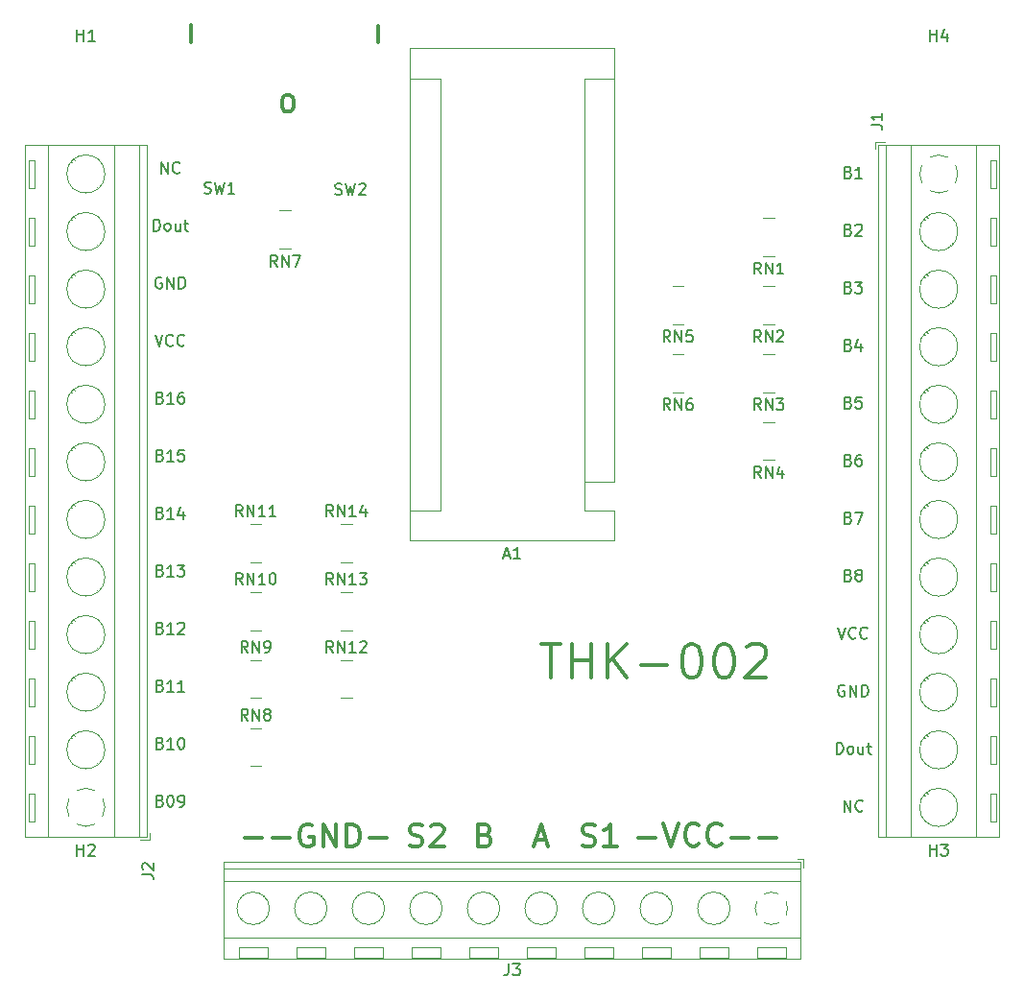
<source format=gbr>
G04 #@! TF.GenerationSoftware,KiCad,Pcbnew,(5.1.5)-3*
G04 #@! TF.CreationDate,2020-07-03T21:37:29-07:00*
G04 #@! TF.ProjectId,Arduino_control_board,41726475-696e-46f5-9f63-6f6e74726f6c,rev?*
G04 #@! TF.SameCoordinates,Original*
G04 #@! TF.FileFunction,Legend,Top*
G04 #@! TF.FilePolarity,Positive*
%FSLAX46Y46*%
G04 Gerber Fmt 4.6, Leading zero omitted, Abs format (unit mm)*
G04 Created by KiCad (PCBNEW (5.1.5)-3) date 2020-07-03 21:37:29*
%MOMM*%
%LPD*%
G04 APERTURE LIST*
%ADD10C,0.300000*%
%ADD11C,0.120000*%
%ADD12C,0.150000*%
G04 APERTURE END LIST*
D10*
X178576190Y-98684523D02*
X178861904Y-98779761D01*
X179338095Y-98779761D01*
X179528571Y-98684523D01*
X179623809Y-98589285D01*
X179719047Y-98398809D01*
X179719047Y-98208333D01*
X179623809Y-98017857D01*
X179528571Y-97922619D01*
X179338095Y-97827380D01*
X178957142Y-97732142D01*
X178766666Y-97636904D01*
X178671428Y-97541666D01*
X178576190Y-97351190D01*
X178576190Y-97160714D01*
X178671428Y-96970238D01*
X178766666Y-96875000D01*
X178957142Y-96779761D01*
X179433333Y-96779761D01*
X179719047Y-96875000D01*
X181623809Y-98779761D02*
X180480952Y-98779761D01*
X181052380Y-98779761D02*
X181052380Y-96779761D01*
X180861904Y-97065476D01*
X180671428Y-97255952D01*
X180480952Y-97351190D01*
X163301190Y-98684523D02*
X163586904Y-98779761D01*
X164063095Y-98779761D01*
X164253571Y-98684523D01*
X164348809Y-98589285D01*
X164444047Y-98398809D01*
X164444047Y-98208333D01*
X164348809Y-98017857D01*
X164253571Y-97922619D01*
X164063095Y-97827380D01*
X163682142Y-97732142D01*
X163491666Y-97636904D01*
X163396428Y-97541666D01*
X163301190Y-97351190D01*
X163301190Y-97160714D01*
X163396428Y-96970238D01*
X163491666Y-96875000D01*
X163682142Y-96779761D01*
X164158333Y-96779761D01*
X164444047Y-96875000D01*
X165205952Y-96970238D02*
X165301190Y-96875000D01*
X165491666Y-96779761D01*
X165967857Y-96779761D01*
X166158333Y-96875000D01*
X166253571Y-96970238D01*
X166348809Y-97160714D01*
X166348809Y-97351190D01*
X166253571Y-97636904D01*
X165110714Y-98779761D01*
X166348809Y-98779761D01*
X174423809Y-98208333D02*
X175376190Y-98208333D01*
X174233333Y-98779761D02*
X174900000Y-96779761D01*
X175566666Y-98779761D01*
X169992857Y-97732142D02*
X170278571Y-97827380D01*
X170373809Y-97922619D01*
X170469047Y-98113095D01*
X170469047Y-98398809D01*
X170373809Y-98589285D01*
X170278571Y-98684523D01*
X170088095Y-98779761D01*
X169326190Y-98779761D01*
X169326190Y-96779761D01*
X169992857Y-96779761D01*
X170183333Y-96875000D01*
X170278571Y-96970238D01*
X170373809Y-97160714D01*
X170373809Y-97351190D01*
X170278571Y-97541666D01*
X170183333Y-97636904D01*
X169992857Y-97732142D01*
X169326190Y-97732142D01*
X183504761Y-97967857D02*
X185028571Y-97967857D01*
X185695238Y-96729761D02*
X186361904Y-98729761D01*
X187028571Y-96729761D01*
X188838095Y-98539285D02*
X188742857Y-98634523D01*
X188457142Y-98729761D01*
X188266666Y-98729761D01*
X187980952Y-98634523D01*
X187790476Y-98444047D01*
X187695238Y-98253571D01*
X187600000Y-97872619D01*
X187600000Y-97586904D01*
X187695238Y-97205952D01*
X187790476Y-97015476D01*
X187980952Y-96825000D01*
X188266666Y-96729761D01*
X188457142Y-96729761D01*
X188742857Y-96825000D01*
X188838095Y-96920238D01*
X190838095Y-98539285D02*
X190742857Y-98634523D01*
X190457142Y-98729761D01*
X190266666Y-98729761D01*
X189980952Y-98634523D01*
X189790476Y-98444047D01*
X189695238Y-98253571D01*
X189600000Y-97872619D01*
X189600000Y-97586904D01*
X189695238Y-97205952D01*
X189790476Y-97015476D01*
X189980952Y-96825000D01*
X190266666Y-96729761D01*
X190457142Y-96729761D01*
X190742857Y-96825000D01*
X190838095Y-96920238D01*
X191695238Y-97967857D02*
X193219047Y-97967857D01*
X194171428Y-97967857D02*
X195695238Y-97967857D01*
X148739285Y-98017857D02*
X150263095Y-98017857D01*
X151215476Y-98017857D02*
X152739285Y-98017857D01*
X154739285Y-96875000D02*
X154548809Y-96779761D01*
X154263095Y-96779761D01*
X153977380Y-96875000D01*
X153786904Y-97065476D01*
X153691666Y-97255952D01*
X153596428Y-97636904D01*
X153596428Y-97922619D01*
X153691666Y-98303571D01*
X153786904Y-98494047D01*
X153977380Y-98684523D01*
X154263095Y-98779761D01*
X154453571Y-98779761D01*
X154739285Y-98684523D01*
X154834523Y-98589285D01*
X154834523Y-97922619D01*
X154453571Y-97922619D01*
X155691666Y-98779761D02*
X155691666Y-96779761D01*
X156834523Y-98779761D01*
X156834523Y-96779761D01*
X157786904Y-98779761D02*
X157786904Y-96779761D01*
X158263095Y-96779761D01*
X158548809Y-96875000D01*
X158739285Y-97065476D01*
X158834523Y-97255952D01*
X158929761Y-97636904D01*
X158929761Y-97922619D01*
X158834523Y-98303571D01*
X158739285Y-98494047D01*
X158548809Y-98684523D01*
X158263095Y-98779761D01*
X157786904Y-98779761D01*
X159786904Y-98017857D02*
X161310714Y-98017857D01*
X174928571Y-80907142D02*
X176642857Y-80907142D01*
X175785714Y-83907142D02*
X175785714Y-80907142D01*
X177642857Y-83907142D02*
X177642857Y-80907142D01*
X177642857Y-82335714D02*
X179357142Y-82335714D01*
X179357142Y-83907142D02*
X179357142Y-80907142D01*
X180785714Y-83907142D02*
X180785714Y-80907142D01*
X182500000Y-83907142D02*
X181214285Y-82192857D01*
X182500000Y-80907142D02*
X180785714Y-82621428D01*
X183785714Y-82764285D02*
X186071428Y-82764285D01*
X188071428Y-80907142D02*
X188357142Y-80907142D01*
X188642857Y-81050000D01*
X188785714Y-81192857D01*
X188928571Y-81478571D01*
X189071428Y-82050000D01*
X189071428Y-82764285D01*
X188928571Y-83335714D01*
X188785714Y-83621428D01*
X188642857Y-83764285D01*
X188357142Y-83907142D01*
X188071428Y-83907142D01*
X187785714Y-83764285D01*
X187642857Y-83621428D01*
X187500000Y-83335714D01*
X187357142Y-82764285D01*
X187357142Y-82050000D01*
X187500000Y-81478571D01*
X187642857Y-81192857D01*
X187785714Y-81050000D01*
X188071428Y-80907142D01*
X190928571Y-80907142D02*
X191214285Y-80907142D01*
X191500000Y-81050000D01*
X191642857Y-81192857D01*
X191785714Y-81478571D01*
X191928571Y-82050000D01*
X191928571Y-82764285D01*
X191785714Y-83335714D01*
X191642857Y-83621428D01*
X191500000Y-83764285D01*
X191214285Y-83907142D01*
X190928571Y-83907142D01*
X190642857Y-83764285D01*
X190500000Y-83621428D01*
X190357142Y-83335714D01*
X190214285Y-82764285D01*
X190214285Y-82050000D01*
X190357142Y-81478571D01*
X190500000Y-81192857D01*
X190642857Y-81050000D01*
X190928571Y-80907142D01*
X193071428Y-81192857D02*
X193214285Y-81050000D01*
X193500000Y-80907142D01*
X194214285Y-80907142D01*
X194500000Y-81050000D01*
X194642857Y-81192857D01*
X194785714Y-81478571D01*
X194785714Y-81764285D01*
X194642857Y-82192857D01*
X192928571Y-83907142D01*
X194785714Y-83907142D01*
X160525000Y-27853571D02*
X160525000Y-26353571D01*
X144075000Y-27828571D02*
X144075000Y-26328571D01*
X152432142Y-32453571D02*
X152717857Y-32453571D01*
X152860714Y-32525000D01*
X153003571Y-32667857D01*
X153075000Y-32953571D01*
X153075000Y-33453571D01*
X153003571Y-33739285D01*
X152860714Y-33882142D01*
X152717857Y-33953571D01*
X152432142Y-33953571D01*
X152289285Y-33882142D01*
X152146428Y-33739285D01*
X152075000Y-33453571D01*
X152075000Y-32953571D01*
X152146428Y-32667857D01*
X152289285Y-32525000D01*
X152432142Y-32453571D01*
D11*
X178730000Y-66555000D02*
X178730000Y-69095000D01*
X178730000Y-69095000D02*
X181400000Y-69095000D01*
X181400000Y-66555000D02*
X181400000Y-28325000D01*
X181400000Y-71765000D02*
X181400000Y-69095000D01*
X166030000Y-69095000D02*
X163360000Y-69095000D01*
X166030000Y-69095000D02*
X166030000Y-30995000D01*
X166030000Y-30995000D02*
X163360000Y-30995000D01*
X178730000Y-66555000D02*
X181400000Y-66555000D01*
X178730000Y-66555000D02*
X178730000Y-30995000D01*
X178730000Y-30995000D02*
X181400000Y-30995000D01*
X181400000Y-28325000D02*
X163360000Y-28325000D01*
X163360000Y-28325000D02*
X163360000Y-71765000D01*
X163360000Y-71765000D02*
X181400000Y-71765000D01*
X208516648Y-40228712D02*
G75*
G02X208320000Y-39440000I1483352J788712D01*
G01*
X210789088Y-40923953D02*
G75*
G02X209211000Y-40924000I-789088J1483953D01*
G01*
X211483953Y-38650912D02*
G75*
G02X211484000Y-40229000I-1483953J-789088D01*
G01*
X209210912Y-37956047D02*
G75*
G02X210789000Y-37956000I789088J-1483953D01*
G01*
X208319550Y-39469383D02*
G75*
G02X208516000Y-38651000I1680450J29383D01*
G01*
X211680000Y-44520000D02*
G75*
G03X211680000Y-44520000I-1680000J0D01*
G01*
X211680000Y-49600000D02*
G75*
G03X211680000Y-49600000I-1680000J0D01*
G01*
X211680000Y-54680000D02*
G75*
G03X211680000Y-54680000I-1680000J0D01*
G01*
X211680000Y-59760000D02*
G75*
G03X211680000Y-59760000I-1680000J0D01*
G01*
X211680000Y-64840000D02*
G75*
G03X211680000Y-64840000I-1680000J0D01*
G01*
X211680000Y-69920000D02*
G75*
G03X211680000Y-69920000I-1680000J0D01*
G01*
X211680000Y-75000000D02*
G75*
G03X211680000Y-75000000I-1680000J0D01*
G01*
X211680000Y-80080000D02*
G75*
G03X211680000Y-80080000I-1680000J0D01*
G01*
X211680000Y-85160000D02*
G75*
G03X211680000Y-85160000I-1680000J0D01*
G01*
X211680000Y-90240000D02*
G75*
G03X211680000Y-90240000I-1680000J0D01*
G01*
X211680000Y-95320000D02*
G75*
G03X211680000Y-95320000I-1680000J0D01*
G01*
X205300000Y-36840000D02*
X205300000Y-97920000D01*
X207500000Y-36840000D02*
X207500000Y-97920000D01*
X213300000Y-36840000D02*
X213300000Y-97920000D01*
X215360000Y-36840000D02*
X215360000Y-97920000D01*
X204640000Y-36840000D02*
X204640000Y-97920000D01*
X215360000Y-36840000D02*
X204640000Y-36840000D01*
X215360000Y-97920000D02*
X204640000Y-97920000D01*
X215050000Y-38190000D02*
X215050000Y-40690000D01*
X214550000Y-38190000D02*
X214550000Y-40690000D01*
X215050000Y-38190000D02*
X214550000Y-38190000D01*
X215050000Y-40690000D02*
X214550000Y-40690000D01*
X211069000Y-45795000D02*
X210976000Y-45701000D01*
X208784000Y-43510000D02*
X208726000Y-43451000D01*
X211275000Y-45590000D02*
X211216000Y-45531000D01*
X209024000Y-43340000D02*
X208931000Y-43246000D01*
X215050000Y-43270000D02*
X215050000Y-45770000D01*
X214550000Y-43270000D02*
X214550000Y-45770000D01*
X215050000Y-43270000D02*
X214550000Y-43270000D01*
X215050000Y-45770000D02*
X214550000Y-45770000D01*
X211069000Y-50875000D02*
X210976000Y-50781000D01*
X208784000Y-48590000D02*
X208726000Y-48531000D01*
X211275000Y-50670000D02*
X211216000Y-50611000D01*
X209024000Y-48420000D02*
X208931000Y-48326000D01*
X215050000Y-48350000D02*
X215050000Y-50850000D01*
X214550000Y-48350000D02*
X214550000Y-50850000D01*
X215050000Y-48350000D02*
X214550000Y-48350000D01*
X215050000Y-50850000D02*
X214550000Y-50850000D01*
X211069000Y-55955000D02*
X210976000Y-55861000D01*
X208784000Y-53670000D02*
X208726000Y-53611000D01*
X211275000Y-55750000D02*
X211216000Y-55691000D01*
X209024000Y-53500000D02*
X208931000Y-53406000D01*
X215050000Y-53430000D02*
X215050000Y-55930000D01*
X214550000Y-53430000D02*
X214550000Y-55930000D01*
X215050000Y-53430000D02*
X214550000Y-53430000D01*
X215050000Y-55930000D02*
X214550000Y-55930000D01*
X211069000Y-61035000D02*
X210976000Y-60941000D01*
X208784000Y-58750000D02*
X208726000Y-58691000D01*
X211275000Y-60830000D02*
X211216000Y-60771000D01*
X209024000Y-58580000D02*
X208931000Y-58486000D01*
X215050000Y-58510000D02*
X215050000Y-61010000D01*
X214550000Y-58510000D02*
X214550000Y-61010000D01*
X215050000Y-58510000D02*
X214550000Y-58510000D01*
X215050000Y-61010000D02*
X214550000Y-61010000D01*
X211069000Y-66115000D02*
X210976000Y-66021000D01*
X208784000Y-63830000D02*
X208726000Y-63771000D01*
X211275000Y-65910000D02*
X211216000Y-65851000D01*
X209024000Y-63660000D02*
X208931000Y-63566000D01*
X215050000Y-63590000D02*
X215050000Y-66090000D01*
X214550000Y-63590000D02*
X214550000Y-66090000D01*
X215050000Y-63590000D02*
X214550000Y-63590000D01*
X215050000Y-66090000D02*
X214550000Y-66090000D01*
X211069000Y-71195000D02*
X210976000Y-71101000D01*
X208784000Y-68910000D02*
X208726000Y-68851000D01*
X211275000Y-70990000D02*
X211216000Y-70931000D01*
X209024000Y-68740000D02*
X208931000Y-68646000D01*
X215050000Y-68670000D02*
X215050000Y-71170000D01*
X214550000Y-68670000D02*
X214550000Y-71170000D01*
X215050000Y-68670000D02*
X214550000Y-68670000D01*
X215050000Y-71170000D02*
X214550000Y-71170000D01*
X211069000Y-76275000D02*
X210976000Y-76181000D01*
X208784000Y-73990000D02*
X208726000Y-73931000D01*
X211275000Y-76070000D02*
X211216000Y-76011000D01*
X209024000Y-73820000D02*
X208931000Y-73726000D01*
X215050000Y-73750000D02*
X215050000Y-76250000D01*
X214550000Y-73750000D02*
X214550000Y-76250000D01*
X215050000Y-73750000D02*
X214550000Y-73750000D01*
X215050000Y-76250000D02*
X214550000Y-76250000D01*
X211069000Y-81355000D02*
X210976000Y-81261000D01*
X208784000Y-79070000D02*
X208726000Y-79011000D01*
X211275000Y-81150000D02*
X211216000Y-81091000D01*
X209024000Y-78900000D02*
X208931000Y-78806000D01*
X215050000Y-78830000D02*
X215050000Y-81330000D01*
X214550000Y-78830000D02*
X214550000Y-81330000D01*
X215050000Y-78830000D02*
X214550000Y-78830000D01*
X215050000Y-81330000D02*
X214550000Y-81330000D01*
X211069000Y-86435000D02*
X210976000Y-86341000D01*
X208784000Y-84150000D02*
X208726000Y-84091000D01*
X211275000Y-86230000D02*
X211216000Y-86171000D01*
X209024000Y-83980000D02*
X208931000Y-83886000D01*
X215050000Y-83910000D02*
X215050000Y-86410000D01*
X214550000Y-83910000D02*
X214550000Y-86410000D01*
X215050000Y-83910000D02*
X214550000Y-83910000D01*
X215050000Y-86410000D02*
X214550000Y-86410000D01*
X211069000Y-91515000D02*
X210976000Y-91421000D01*
X208784000Y-89230000D02*
X208726000Y-89171000D01*
X211275000Y-91310000D02*
X211216000Y-91251000D01*
X209024000Y-89060000D02*
X208931000Y-88966000D01*
X215050000Y-88990000D02*
X215050000Y-91490000D01*
X214550000Y-88990000D02*
X214550000Y-91490000D01*
X215050000Y-88990000D02*
X214550000Y-88990000D01*
X215050000Y-91490000D02*
X214550000Y-91490000D01*
X211069000Y-96595000D02*
X210976000Y-96501000D01*
X208784000Y-94310000D02*
X208726000Y-94251000D01*
X211275000Y-96390000D02*
X211216000Y-96331000D01*
X209024000Y-94140000D02*
X208931000Y-94046000D01*
X215050000Y-94070000D02*
X215050000Y-96570000D01*
X214550000Y-94070000D02*
X214550000Y-96570000D01*
X215050000Y-94070000D02*
X214550000Y-94070000D01*
X215050000Y-96570000D02*
X214550000Y-96570000D01*
X205240000Y-36600000D02*
X204400000Y-36600000D01*
X204400000Y-36600000D02*
X204400000Y-37200000D01*
X140360000Y-98160000D02*
X140360000Y-97560000D01*
X139520000Y-98160000D02*
X140360000Y-98160000D01*
X129710000Y-38190000D02*
X130210000Y-38190000D01*
X129710000Y-40690000D02*
X130210000Y-40690000D01*
X130210000Y-40690000D02*
X130210000Y-38190000D01*
X129710000Y-40690000D02*
X129710000Y-38190000D01*
X135736000Y-40620000D02*
X135829000Y-40714000D01*
X133485000Y-38370000D02*
X133544000Y-38429000D01*
X135976000Y-40450000D02*
X136034000Y-40509000D01*
X133691000Y-38165000D02*
X133784000Y-38259000D01*
X129710000Y-43270000D02*
X130210000Y-43270000D01*
X129710000Y-45770000D02*
X130210000Y-45770000D01*
X130210000Y-45770000D02*
X130210000Y-43270000D01*
X129710000Y-45770000D02*
X129710000Y-43270000D01*
X135736000Y-45700000D02*
X135829000Y-45794000D01*
X133485000Y-43450000D02*
X133544000Y-43509000D01*
X135976000Y-45530000D02*
X136034000Y-45589000D01*
X133691000Y-43245000D02*
X133784000Y-43339000D01*
X129710000Y-48350000D02*
X130210000Y-48350000D01*
X129710000Y-50850000D02*
X130210000Y-50850000D01*
X130210000Y-50850000D02*
X130210000Y-48350000D01*
X129710000Y-50850000D02*
X129710000Y-48350000D01*
X135736000Y-50780000D02*
X135829000Y-50874000D01*
X133485000Y-48530000D02*
X133544000Y-48589000D01*
X135976000Y-50610000D02*
X136034000Y-50669000D01*
X133691000Y-48325000D02*
X133784000Y-48419000D01*
X129710000Y-53430000D02*
X130210000Y-53430000D01*
X129710000Y-55930000D02*
X130210000Y-55930000D01*
X130210000Y-55930000D02*
X130210000Y-53430000D01*
X129710000Y-55930000D02*
X129710000Y-53430000D01*
X135736000Y-55860000D02*
X135829000Y-55954000D01*
X133485000Y-53610000D02*
X133544000Y-53669000D01*
X135976000Y-55690000D02*
X136034000Y-55749000D01*
X133691000Y-53405000D02*
X133784000Y-53499000D01*
X129710000Y-58510000D02*
X130210000Y-58510000D01*
X129710000Y-61010000D02*
X130210000Y-61010000D01*
X130210000Y-61010000D02*
X130210000Y-58510000D01*
X129710000Y-61010000D02*
X129710000Y-58510000D01*
X135736000Y-60940000D02*
X135829000Y-61034000D01*
X133485000Y-58690000D02*
X133544000Y-58749000D01*
X135976000Y-60770000D02*
X136034000Y-60829000D01*
X133691000Y-58485000D02*
X133784000Y-58579000D01*
X129710000Y-63590000D02*
X130210000Y-63590000D01*
X129710000Y-66090000D02*
X130210000Y-66090000D01*
X130210000Y-66090000D02*
X130210000Y-63590000D01*
X129710000Y-66090000D02*
X129710000Y-63590000D01*
X135736000Y-66020000D02*
X135829000Y-66114000D01*
X133485000Y-63770000D02*
X133544000Y-63829000D01*
X135976000Y-65850000D02*
X136034000Y-65909000D01*
X133691000Y-63565000D02*
X133784000Y-63659000D01*
X129710000Y-68670000D02*
X130210000Y-68670000D01*
X129710000Y-71170000D02*
X130210000Y-71170000D01*
X130210000Y-71170000D02*
X130210000Y-68670000D01*
X129710000Y-71170000D02*
X129710000Y-68670000D01*
X135736000Y-71100000D02*
X135829000Y-71194000D01*
X133485000Y-68850000D02*
X133544000Y-68909000D01*
X135976000Y-70930000D02*
X136034000Y-70989000D01*
X133691000Y-68645000D02*
X133784000Y-68739000D01*
X129710000Y-73750000D02*
X130210000Y-73750000D01*
X129710000Y-76250000D02*
X130210000Y-76250000D01*
X130210000Y-76250000D02*
X130210000Y-73750000D01*
X129710000Y-76250000D02*
X129710000Y-73750000D01*
X135736000Y-76180000D02*
X135829000Y-76274000D01*
X133485000Y-73930000D02*
X133544000Y-73989000D01*
X135976000Y-76010000D02*
X136034000Y-76069000D01*
X133691000Y-73725000D02*
X133784000Y-73819000D01*
X129710000Y-78830000D02*
X130210000Y-78830000D01*
X129710000Y-81330000D02*
X130210000Y-81330000D01*
X130210000Y-81330000D02*
X130210000Y-78830000D01*
X129710000Y-81330000D02*
X129710000Y-78830000D01*
X135736000Y-81260000D02*
X135829000Y-81354000D01*
X133485000Y-79010000D02*
X133544000Y-79069000D01*
X135976000Y-81090000D02*
X136034000Y-81149000D01*
X133691000Y-78805000D02*
X133784000Y-78899000D01*
X129710000Y-83910000D02*
X130210000Y-83910000D01*
X129710000Y-86410000D02*
X130210000Y-86410000D01*
X130210000Y-86410000D02*
X130210000Y-83910000D01*
X129710000Y-86410000D02*
X129710000Y-83910000D01*
X135736000Y-86340000D02*
X135829000Y-86434000D01*
X133485000Y-84090000D02*
X133544000Y-84149000D01*
X135976000Y-86170000D02*
X136034000Y-86229000D01*
X133691000Y-83885000D02*
X133784000Y-83979000D01*
X129710000Y-88990000D02*
X130210000Y-88990000D01*
X129710000Y-91490000D02*
X130210000Y-91490000D01*
X130210000Y-91490000D02*
X130210000Y-88990000D01*
X129710000Y-91490000D02*
X129710000Y-88990000D01*
X135736000Y-91420000D02*
X135829000Y-91514000D01*
X133485000Y-89170000D02*
X133544000Y-89229000D01*
X135976000Y-91250000D02*
X136034000Y-91309000D01*
X133691000Y-88965000D02*
X133784000Y-89059000D01*
X129710000Y-94070000D02*
X130210000Y-94070000D01*
X129710000Y-96570000D02*
X130210000Y-96570000D01*
X130210000Y-96570000D02*
X130210000Y-94070000D01*
X129710000Y-96570000D02*
X129710000Y-94070000D01*
X129400000Y-36840000D02*
X140120000Y-36840000D01*
X129400000Y-97920000D02*
X140120000Y-97920000D01*
X140120000Y-97920000D02*
X140120000Y-36840000D01*
X129400000Y-97920000D02*
X129400000Y-36840000D01*
X131460000Y-97920000D02*
X131460000Y-36840000D01*
X137260000Y-97920000D02*
X137260000Y-36840000D01*
X139460000Y-97920000D02*
X139460000Y-36840000D01*
X136440000Y-39440000D02*
G75*
G03X136440000Y-39440000I-1680000J0D01*
G01*
X136440000Y-44520000D02*
G75*
G03X136440000Y-44520000I-1680000J0D01*
G01*
X136440000Y-49600000D02*
G75*
G03X136440000Y-49600000I-1680000J0D01*
G01*
X136440000Y-54680000D02*
G75*
G03X136440000Y-54680000I-1680000J0D01*
G01*
X136440000Y-59760000D02*
G75*
G03X136440000Y-59760000I-1680000J0D01*
G01*
X136440000Y-64840000D02*
G75*
G03X136440000Y-64840000I-1680000J0D01*
G01*
X136440000Y-69920000D02*
G75*
G03X136440000Y-69920000I-1680000J0D01*
G01*
X136440000Y-75000000D02*
G75*
G03X136440000Y-75000000I-1680000J0D01*
G01*
X136440000Y-80080000D02*
G75*
G03X136440000Y-80080000I-1680000J0D01*
G01*
X136440000Y-85160000D02*
G75*
G03X136440000Y-85160000I-1680000J0D01*
G01*
X136440000Y-90240000D02*
G75*
G03X136440000Y-90240000I-1680000J0D01*
G01*
X136440450Y-95290617D02*
G75*
G02X136244000Y-96109000I-1680450J-29383D01*
G01*
X135549088Y-96803953D02*
G75*
G02X133971000Y-96804000I-789088J1483953D01*
G01*
X133276047Y-96109088D02*
G75*
G02X133276000Y-94531000I1483953J789088D01*
G01*
X133970912Y-93836047D02*
G75*
G02X135549000Y-93836000I789088J-1483953D01*
G01*
X136243352Y-94531288D02*
G75*
G02X136440000Y-95320000I-1483352J-788712D01*
G01*
X194500000Y-46680000D02*
X195500000Y-46680000D01*
X194500000Y-43320000D02*
X195500000Y-43320000D01*
X194500000Y-49320000D02*
X195500000Y-49320000D01*
X194500000Y-52680000D02*
X195500000Y-52680000D01*
X194500000Y-58680000D02*
X195500000Y-58680000D01*
X194500000Y-55320000D02*
X195500000Y-55320000D01*
X194500000Y-61320000D02*
X195500000Y-61320000D01*
X194500000Y-64680000D02*
X195500000Y-64680000D01*
X186500000Y-49320000D02*
X187500000Y-49320000D01*
X186500000Y-52680000D02*
X187500000Y-52680000D01*
X186500000Y-58680000D02*
X187500000Y-58680000D01*
X186500000Y-55320000D02*
X187500000Y-55320000D01*
X151825000Y-46030000D02*
X152825000Y-46030000D01*
X151825000Y-42670000D02*
X152825000Y-42670000D01*
X150243160Y-88320000D02*
X149243160Y-88320000D01*
X150243160Y-91680000D02*
X149243160Y-91680000D01*
X150243160Y-85680000D02*
X149243160Y-85680000D01*
X150243160Y-82320000D02*
X149243160Y-82320000D01*
X150243160Y-76320000D02*
X149243160Y-76320000D01*
X150243160Y-79680000D02*
X149243160Y-79680000D01*
X150243160Y-73680000D02*
X149243160Y-73680000D01*
X150243160Y-70320000D02*
X149243160Y-70320000D01*
X158243160Y-85680000D02*
X157243160Y-85680000D01*
X158243160Y-82320000D02*
X157243160Y-82320000D01*
X158243160Y-76320000D02*
X157243160Y-76320000D01*
X158243160Y-79680000D02*
X157243160Y-79680000D01*
X158243160Y-70320000D02*
X157243160Y-70320000D01*
X158243160Y-73680000D02*
X157243160Y-73680000D01*
X194613129Y-102939725D02*
G75*
G02X195240000Y-102795000I626871J-1285275D01*
G01*
X193954176Y-104852362D02*
G75*
G02X193954000Y-103598000I1285824J627362D01*
G01*
X195867362Y-105510824D02*
G75*
G02X194613000Y-105511000I-627362J1285824D01*
G01*
X196526611Y-103598254D02*
G75*
G02X196526000Y-104853000I-1286611J-626746D01*
G01*
X195215720Y-102794060D02*
G75*
G02X195868000Y-102939000I24280J-1430940D01*
G01*
X191590000Y-104225000D02*
G75*
G03X191590000Y-104225000I-1430000J0D01*
G01*
X186510000Y-104225000D02*
G75*
G03X186510000Y-104225000I-1430000J0D01*
G01*
X181430000Y-104225000D02*
G75*
G03X181430000Y-104225000I-1430000J0D01*
G01*
X176350000Y-104225000D02*
G75*
G03X176350000Y-104225000I-1430000J0D01*
G01*
X171270000Y-104225000D02*
G75*
G03X171270000Y-104225000I-1430000J0D01*
G01*
X166190000Y-104225000D02*
G75*
G03X166190000Y-104225000I-1430000J0D01*
G01*
X161110000Y-104225000D02*
G75*
G03X161110000Y-104225000I-1430000J0D01*
G01*
X156030000Y-104225000D02*
G75*
G03X156030000Y-104225000I-1430000J0D01*
G01*
X150950000Y-104225000D02*
G75*
G03X150950000Y-104225000I-1430000J0D01*
G01*
X197840000Y-100675000D02*
X146920000Y-100675000D01*
X197840000Y-101775000D02*
X146920000Y-101775000D01*
X197840000Y-106775000D02*
X146920000Y-106775000D01*
X197840000Y-108685000D02*
X146920000Y-108685000D01*
X197840000Y-100115000D02*
X146920000Y-100115000D01*
X197840000Y-108685000D02*
X197840000Y-100115000D01*
X146920000Y-108685000D02*
X146920000Y-100115000D01*
X196490000Y-108625000D02*
X193990000Y-108625000D01*
X196490000Y-107625000D02*
X193990000Y-107625000D01*
X196490000Y-108625000D02*
X196490000Y-107625000D01*
X193990000Y-108625000D02*
X193990000Y-107625000D01*
X189075000Y-105135000D02*
X189135000Y-105076000D01*
X191030000Y-103180000D02*
X191070000Y-103140000D01*
X189249000Y-105310000D02*
X189289000Y-105270000D01*
X191184000Y-103375000D02*
X191244000Y-103315000D01*
X191410000Y-108625000D02*
X188910000Y-108625000D01*
X191410000Y-107625000D02*
X188910000Y-107625000D01*
X191410000Y-108625000D02*
X191410000Y-107625000D01*
X188910000Y-108625000D02*
X188910000Y-107625000D01*
X183995000Y-105135000D02*
X184055000Y-105076000D01*
X185950000Y-103180000D02*
X185990000Y-103140000D01*
X184169000Y-105310000D02*
X184209000Y-105270000D01*
X186104000Y-103375000D02*
X186164000Y-103315000D01*
X186330000Y-108625000D02*
X183830000Y-108625000D01*
X186330000Y-107625000D02*
X183830000Y-107625000D01*
X186330000Y-108625000D02*
X186330000Y-107625000D01*
X183830000Y-108625000D02*
X183830000Y-107625000D01*
X178915000Y-105135000D02*
X178975000Y-105076000D01*
X180870000Y-103180000D02*
X180910000Y-103140000D01*
X179089000Y-105310000D02*
X179129000Y-105270000D01*
X181024000Y-103375000D02*
X181084000Y-103315000D01*
X181250000Y-108625000D02*
X178750000Y-108625000D01*
X181250000Y-107625000D02*
X178750000Y-107625000D01*
X181250000Y-108625000D02*
X181250000Y-107625000D01*
X178750000Y-108625000D02*
X178750000Y-107625000D01*
X173835000Y-105135000D02*
X173895000Y-105076000D01*
X175790000Y-103180000D02*
X175830000Y-103140000D01*
X174009000Y-105310000D02*
X174049000Y-105270000D01*
X175944000Y-103375000D02*
X176004000Y-103315000D01*
X176170000Y-108625000D02*
X173670000Y-108625000D01*
X176170000Y-107625000D02*
X173670000Y-107625000D01*
X176170000Y-108625000D02*
X176170000Y-107625000D01*
X173670000Y-108625000D02*
X173670000Y-107625000D01*
X168755000Y-105135000D02*
X168815000Y-105076000D01*
X170710000Y-103180000D02*
X170750000Y-103140000D01*
X168929000Y-105310000D02*
X168969000Y-105270000D01*
X170864000Y-103375000D02*
X170924000Y-103315000D01*
X171090000Y-108625000D02*
X168590000Y-108625000D01*
X171090000Y-107625000D02*
X168590000Y-107625000D01*
X171090000Y-108625000D02*
X171090000Y-107625000D01*
X168590000Y-108625000D02*
X168590000Y-107625000D01*
X163675000Y-105135000D02*
X163735000Y-105076000D01*
X165630000Y-103180000D02*
X165670000Y-103140000D01*
X163849000Y-105310000D02*
X163889000Y-105270000D01*
X165784000Y-103375000D02*
X165844000Y-103315000D01*
X166010000Y-108625000D02*
X163510000Y-108625000D01*
X166010000Y-107625000D02*
X163510000Y-107625000D01*
X166010000Y-108625000D02*
X166010000Y-107625000D01*
X163510000Y-108625000D02*
X163510000Y-107625000D01*
X158595000Y-105135000D02*
X158655000Y-105076000D01*
X160550000Y-103180000D02*
X160590000Y-103140000D01*
X158769000Y-105310000D02*
X158809000Y-105270000D01*
X160704000Y-103375000D02*
X160764000Y-103315000D01*
X160930000Y-108625000D02*
X158430000Y-108625000D01*
X160930000Y-107625000D02*
X158430000Y-107625000D01*
X160930000Y-108625000D02*
X160930000Y-107625000D01*
X158430000Y-108625000D02*
X158430000Y-107625000D01*
X153515000Y-105135000D02*
X153575000Y-105076000D01*
X155470000Y-103180000D02*
X155510000Y-103140000D01*
X153689000Y-105310000D02*
X153729000Y-105270000D01*
X155624000Y-103375000D02*
X155684000Y-103315000D01*
X155850000Y-108625000D02*
X153350000Y-108625000D01*
X155850000Y-107625000D02*
X153350000Y-107625000D01*
X155850000Y-108625000D02*
X155850000Y-107625000D01*
X153350000Y-108625000D02*
X153350000Y-107625000D01*
X148435000Y-105135000D02*
X148495000Y-105076000D01*
X150390000Y-103180000D02*
X150430000Y-103140000D01*
X148609000Y-105310000D02*
X148649000Y-105270000D01*
X150544000Y-103375000D02*
X150604000Y-103315000D01*
X150770000Y-108625000D02*
X148270000Y-108625000D01*
X150770000Y-107625000D02*
X148270000Y-107625000D01*
X150770000Y-108625000D02*
X150770000Y-107625000D01*
X148270000Y-108625000D02*
X148270000Y-107625000D01*
X198080000Y-100615000D02*
X198080000Y-99875000D01*
X198080000Y-99875000D02*
X197580000Y-99875000D01*
D12*
X202045238Y-39273571D02*
X202188095Y-39321190D01*
X202235714Y-39368809D01*
X202283333Y-39464047D01*
X202283333Y-39606904D01*
X202235714Y-39702142D01*
X202188095Y-39749761D01*
X202092857Y-39797380D01*
X201711904Y-39797380D01*
X201711904Y-38797380D01*
X202045238Y-38797380D01*
X202140476Y-38845000D01*
X202188095Y-38892619D01*
X202235714Y-38987857D01*
X202235714Y-39083095D01*
X202188095Y-39178333D01*
X202140476Y-39225952D01*
X202045238Y-39273571D01*
X201711904Y-39273571D01*
X203235714Y-39797380D02*
X202664285Y-39797380D01*
X202950000Y-39797380D02*
X202950000Y-38797380D01*
X202854761Y-38940238D01*
X202759523Y-39035476D01*
X202664285Y-39083095D01*
X202045238Y-44353571D02*
X202188095Y-44401190D01*
X202235714Y-44448809D01*
X202283333Y-44544047D01*
X202283333Y-44686904D01*
X202235714Y-44782142D01*
X202188095Y-44829761D01*
X202092857Y-44877380D01*
X201711904Y-44877380D01*
X201711904Y-43877380D01*
X202045238Y-43877380D01*
X202140476Y-43925000D01*
X202188095Y-43972619D01*
X202235714Y-44067857D01*
X202235714Y-44163095D01*
X202188095Y-44258333D01*
X202140476Y-44305952D01*
X202045238Y-44353571D01*
X201711904Y-44353571D01*
X202664285Y-43972619D02*
X202711904Y-43925000D01*
X202807142Y-43877380D01*
X203045238Y-43877380D01*
X203140476Y-43925000D01*
X203188095Y-43972619D01*
X203235714Y-44067857D01*
X203235714Y-44163095D01*
X203188095Y-44305952D01*
X202616666Y-44877380D01*
X203235714Y-44877380D01*
X202045238Y-49433571D02*
X202188095Y-49481190D01*
X202235714Y-49528809D01*
X202283333Y-49624047D01*
X202283333Y-49766904D01*
X202235714Y-49862142D01*
X202188095Y-49909761D01*
X202092857Y-49957380D01*
X201711904Y-49957380D01*
X201711904Y-48957380D01*
X202045238Y-48957380D01*
X202140476Y-49005000D01*
X202188095Y-49052619D01*
X202235714Y-49147857D01*
X202235714Y-49243095D01*
X202188095Y-49338333D01*
X202140476Y-49385952D01*
X202045238Y-49433571D01*
X201711904Y-49433571D01*
X202616666Y-48957380D02*
X203235714Y-48957380D01*
X202902380Y-49338333D01*
X203045238Y-49338333D01*
X203140476Y-49385952D01*
X203188095Y-49433571D01*
X203235714Y-49528809D01*
X203235714Y-49766904D01*
X203188095Y-49862142D01*
X203140476Y-49909761D01*
X203045238Y-49957380D01*
X202759523Y-49957380D01*
X202664285Y-49909761D01*
X202616666Y-49862142D01*
X202045238Y-54513571D02*
X202188095Y-54561190D01*
X202235714Y-54608809D01*
X202283333Y-54704047D01*
X202283333Y-54846904D01*
X202235714Y-54942142D01*
X202188095Y-54989761D01*
X202092857Y-55037380D01*
X201711904Y-55037380D01*
X201711904Y-54037380D01*
X202045238Y-54037380D01*
X202140476Y-54085000D01*
X202188095Y-54132619D01*
X202235714Y-54227857D01*
X202235714Y-54323095D01*
X202188095Y-54418333D01*
X202140476Y-54465952D01*
X202045238Y-54513571D01*
X201711904Y-54513571D01*
X203140476Y-54370714D02*
X203140476Y-55037380D01*
X202902380Y-53989761D02*
X202664285Y-54704047D01*
X203283333Y-54704047D01*
X202045238Y-59593571D02*
X202188095Y-59641190D01*
X202235714Y-59688809D01*
X202283333Y-59784047D01*
X202283333Y-59926904D01*
X202235714Y-60022142D01*
X202188095Y-60069761D01*
X202092857Y-60117380D01*
X201711904Y-60117380D01*
X201711904Y-59117380D01*
X202045238Y-59117380D01*
X202140476Y-59165000D01*
X202188095Y-59212619D01*
X202235714Y-59307857D01*
X202235714Y-59403095D01*
X202188095Y-59498333D01*
X202140476Y-59545952D01*
X202045238Y-59593571D01*
X201711904Y-59593571D01*
X203188095Y-59117380D02*
X202711904Y-59117380D01*
X202664285Y-59593571D01*
X202711904Y-59545952D01*
X202807142Y-59498333D01*
X203045238Y-59498333D01*
X203140476Y-59545952D01*
X203188095Y-59593571D01*
X203235714Y-59688809D01*
X203235714Y-59926904D01*
X203188095Y-60022142D01*
X203140476Y-60069761D01*
X203045238Y-60117380D01*
X202807142Y-60117380D01*
X202711904Y-60069761D01*
X202664285Y-60022142D01*
X202045238Y-64673571D02*
X202188095Y-64721190D01*
X202235714Y-64768809D01*
X202283333Y-64864047D01*
X202283333Y-65006904D01*
X202235714Y-65102142D01*
X202188095Y-65149761D01*
X202092857Y-65197380D01*
X201711904Y-65197380D01*
X201711904Y-64197380D01*
X202045238Y-64197380D01*
X202140476Y-64245000D01*
X202188095Y-64292619D01*
X202235714Y-64387857D01*
X202235714Y-64483095D01*
X202188095Y-64578333D01*
X202140476Y-64625952D01*
X202045238Y-64673571D01*
X201711904Y-64673571D01*
X203140476Y-64197380D02*
X202950000Y-64197380D01*
X202854761Y-64245000D01*
X202807142Y-64292619D01*
X202711904Y-64435476D01*
X202664285Y-64625952D01*
X202664285Y-65006904D01*
X202711904Y-65102142D01*
X202759523Y-65149761D01*
X202854761Y-65197380D01*
X203045238Y-65197380D01*
X203140476Y-65149761D01*
X203188095Y-65102142D01*
X203235714Y-65006904D01*
X203235714Y-64768809D01*
X203188095Y-64673571D01*
X203140476Y-64625952D01*
X203045238Y-64578333D01*
X202854761Y-64578333D01*
X202759523Y-64625952D01*
X202711904Y-64673571D01*
X202664285Y-64768809D01*
X202045238Y-74833571D02*
X202188095Y-74881190D01*
X202235714Y-74928809D01*
X202283333Y-75024047D01*
X202283333Y-75166904D01*
X202235714Y-75262142D01*
X202188095Y-75309761D01*
X202092857Y-75357380D01*
X201711904Y-75357380D01*
X201711904Y-74357380D01*
X202045238Y-74357380D01*
X202140476Y-74405000D01*
X202188095Y-74452619D01*
X202235714Y-74547857D01*
X202235714Y-74643095D01*
X202188095Y-74738333D01*
X202140476Y-74785952D01*
X202045238Y-74833571D01*
X201711904Y-74833571D01*
X202854761Y-74785952D02*
X202759523Y-74738333D01*
X202711904Y-74690714D01*
X202664285Y-74595476D01*
X202664285Y-74547857D01*
X202711904Y-74452619D01*
X202759523Y-74405000D01*
X202854761Y-74357380D01*
X203045238Y-74357380D01*
X203140476Y-74405000D01*
X203188095Y-74452619D01*
X203235714Y-74547857D01*
X203235714Y-74595476D01*
X203188095Y-74690714D01*
X203140476Y-74738333D01*
X203045238Y-74785952D01*
X202854761Y-74785952D01*
X202759523Y-74833571D01*
X202711904Y-74881190D01*
X202664285Y-74976428D01*
X202664285Y-75166904D01*
X202711904Y-75262142D01*
X202759523Y-75309761D01*
X202854761Y-75357380D01*
X203045238Y-75357380D01*
X203140476Y-75309761D01*
X203188095Y-75262142D01*
X203235714Y-75166904D01*
X203235714Y-74976428D01*
X203188095Y-74881190D01*
X203140476Y-74833571D01*
X203045238Y-74785952D01*
X201116666Y-79437380D02*
X201450000Y-80437380D01*
X201783333Y-79437380D01*
X202688095Y-80342142D02*
X202640476Y-80389761D01*
X202497619Y-80437380D01*
X202402380Y-80437380D01*
X202259523Y-80389761D01*
X202164285Y-80294523D01*
X202116666Y-80199285D01*
X202069047Y-80008809D01*
X202069047Y-79865952D01*
X202116666Y-79675476D01*
X202164285Y-79580238D01*
X202259523Y-79485000D01*
X202402380Y-79437380D01*
X202497619Y-79437380D01*
X202640476Y-79485000D01*
X202688095Y-79532619D01*
X203688095Y-80342142D02*
X203640476Y-80389761D01*
X203497619Y-80437380D01*
X203402380Y-80437380D01*
X203259523Y-80389761D01*
X203164285Y-80294523D01*
X203116666Y-80199285D01*
X203069047Y-80008809D01*
X203069047Y-79865952D01*
X203116666Y-79675476D01*
X203164285Y-79580238D01*
X203259523Y-79485000D01*
X203402380Y-79437380D01*
X203497619Y-79437380D01*
X203640476Y-79485000D01*
X203688095Y-79532619D01*
X200997619Y-90597380D02*
X200997619Y-89597380D01*
X201235714Y-89597380D01*
X201378571Y-89645000D01*
X201473809Y-89740238D01*
X201521428Y-89835476D01*
X201569047Y-90025952D01*
X201569047Y-90168809D01*
X201521428Y-90359285D01*
X201473809Y-90454523D01*
X201378571Y-90549761D01*
X201235714Y-90597380D01*
X200997619Y-90597380D01*
X202140476Y-90597380D02*
X202045238Y-90549761D01*
X201997619Y-90502142D01*
X201950000Y-90406904D01*
X201950000Y-90121190D01*
X201997619Y-90025952D01*
X202045238Y-89978333D01*
X202140476Y-89930714D01*
X202283333Y-89930714D01*
X202378571Y-89978333D01*
X202426190Y-90025952D01*
X202473809Y-90121190D01*
X202473809Y-90406904D01*
X202426190Y-90502142D01*
X202378571Y-90549761D01*
X202283333Y-90597380D01*
X202140476Y-90597380D01*
X203330952Y-89930714D02*
X203330952Y-90597380D01*
X202902380Y-89930714D02*
X202902380Y-90454523D01*
X202950000Y-90549761D01*
X203045238Y-90597380D01*
X203188095Y-90597380D01*
X203283333Y-90549761D01*
X203330952Y-90502142D01*
X203664285Y-89930714D02*
X204045238Y-89930714D01*
X203807142Y-89597380D02*
X203807142Y-90454523D01*
X203854761Y-90549761D01*
X203950000Y-90597380D01*
X204045238Y-90597380D01*
X201664285Y-95677380D02*
X201664285Y-94677380D01*
X202235714Y-95677380D01*
X202235714Y-94677380D01*
X203283333Y-95582142D02*
X203235714Y-95629761D01*
X203092857Y-95677380D01*
X202997619Y-95677380D01*
X202854761Y-95629761D01*
X202759523Y-95534523D01*
X202711904Y-95439285D01*
X202664285Y-95248809D01*
X202664285Y-95105952D01*
X202711904Y-94915476D01*
X202759523Y-94820238D01*
X202854761Y-94725000D01*
X202997619Y-94677380D01*
X203092857Y-94677380D01*
X203235714Y-94725000D01*
X203283333Y-94772619D01*
X201688095Y-84565000D02*
X201592857Y-84517380D01*
X201450000Y-84517380D01*
X201307142Y-84565000D01*
X201211904Y-84660238D01*
X201164285Y-84755476D01*
X201116666Y-84945952D01*
X201116666Y-85088809D01*
X201164285Y-85279285D01*
X201211904Y-85374523D01*
X201307142Y-85469761D01*
X201450000Y-85517380D01*
X201545238Y-85517380D01*
X201688095Y-85469761D01*
X201735714Y-85422142D01*
X201735714Y-85088809D01*
X201545238Y-85088809D01*
X202164285Y-85517380D02*
X202164285Y-84517380D01*
X202735714Y-85517380D01*
X202735714Y-84517380D01*
X203211904Y-85517380D02*
X203211904Y-84517380D01*
X203450000Y-84517380D01*
X203592857Y-84565000D01*
X203688095Y-84660238D01*
X203735714Y-84755476D01*
X203783333Y-84945952D01*
X203783333Y-85088809D01*
X203735714Y-85279285D01*
X203688095Y-85374523D01*
X203592857Y-85469761D01*
X203450000Y-85517380D01*
X203211904Y-85517380D01*
X202045238Y-69753571D02*
X202188095Y-69801190D01*
X202235714Y-69848809D01*
X202283333Y-69944047D01*
X202283333Y-70086904D01*
X202235714Y-70182142D01*
X202188095Y-70229761D01*
X202092857Y-70277380D01*
X201711904Y-70277380D01*
X201711904Y-69277380D01*
X202045238Y-69277380D01*
X202140476Y-69325000D01*
X202188095Y-69372619D01*
X202235714Y-69467857D01*
X202235714Y-69563095D01*
X202188095Y-69658333D01*
X202140476Y-69705952D01*
X202045238Y-69753571D01*
X201711904Y-69753571D01*
X202616666Y-69277380D02*
X203283333Y-69277380D01*
X202854761Y-70277380D01*
X141319047Y-64253571D02*
X141461904Y-64301190D01*
X141509523Y-64348809D01*
X141557142Y-64444047D01*
X141557142Y-64586904D01*
X141509523Y-64682142D01*
X141461904Y-64729761D01*
X141366666Y-64777380D01*
X140985714Y-64777380D01*
X140985714Y-63777380D01*
X141319047Y-63777380D01*
X141414285Y-63825000D01*
X141461904Y-63872619D01*
X141509523Y-63967857D01*
X141509523Y-64063095D01*
X141461904Y-64158333D01*
X141414285Y-64205952D01*
X141319047Y-64253571D01*
X140985714Y-64253571D01*
X142509523Y-64777380D02*
X141938095Y-64777380D01*
X142223809Y-64777380D02*
X142223809Y-63777380D01*
X142128571Y-63920238D01*
X142033333Y-64015476D01*
X141938095Y-64063095D01*
X143414285Y-63777380D02*
X142938095Y-63777380D01*
X142890476Y-64253571D01*
X142938095Y-64205952D01*
X143033333Y-64158333D01*
X143271428Y-64158333D01*
X143366666Y-64205952D01*
X143414285Y-64253571D01*
X143461904Y-64348809D01*
X143461904Y-64586904D01*
X143414285Y-64682142D01*
X143366666Y-64729761D01*
X143271428Y-64777380D01*
X143033333Y-64777380D01*
X142938095Y-64729761D01*
X142890476Y-64682142D01*
X141438095Y-48585000D02*
X141342857Y-48537380D01*
X141200000Y-48537380D01*
X141057142Y-48585000D01*
X140961904Y-48680238D01*
X140914285Y-48775476D01*
X140866666Y-48965952D01*
X140866666Y-49108809D01*
X140914285Y-49299285D01*
X140961904Y-49394523D01*
X141057142Y-49489761D01*
X141200000Y-49537380D01*
X141295238Y-49537380D01*
X141438095Y-49489761D01*
X141485714Y-49442142D01*
X141485714Y-49108809D01*
X141295238Y-49108809D01*
X141914285Y-49537380D02*
X141914285Y-48537380D01*
X142485714Y-49537380D01*
X142485714Y-48537380D01*
X142961904Y-49537380D02*
X142961904Y-48537380D01*
X143200000Y-48537380D01*
X143342857Y-48585000D01*
X143438095Y-48680238D01*
X143485714Y-48775476D01*
X143533333Y-48965952D01*
X143533333Y-49108809D01*
X143485714Y-49299285D01*
X143438095Y-49394523D01*
X143342857Y-49489761D01*
X143200000Y-49537380D01*
X142961904Y-49537380D01*
X141414285Y-39377380D02*
X141414285Y-38377380D01*
X141985714Y-39377380D01*
X141985714Y-38377380D01*
X143033333Y-39282142D02*
X142985714Y-39329761D01*
X142842857Y-39377380D01*
X142747619Y-39377380D01*
X142604761Y-39329761D01*
X142509523Y-39234523D01*
X142461904Y-39139285D01*
X142414285Y-38948809D01*
X142414285Y-38805952D01*
X142461904Y-38615476D01*
X142509523Y-38520238D01*
X142604761Y-38425000D01*
X142747619Y-38377380D01*
X142842857Y-38377380D01*
X142985714Y-38425000D01*
X143033333Y-38472619D01*
X140747619Y-44457380D02*
X140747619Y-43457380D01*
X140985714Y-43457380D01*
X141128571Y-43505000D01*
X141223809Y-43600238D01*
X141271428Y-43695476D01*
X141319047Y-43885952D01*
X141319047Y-44028809D01*
X141271428Y-44219285D01*
X141223809Y-44314523D01*
X141128571Y-44409761D01*
X140985714Y-44457380D01*
X140747619Y-44457380D01*
X141890476Y-44457380D02*
X141795238Y-44409761D01*
X141747619Y-44362142D01*
X141700000Y-44266904D01*
X141700000Y-43981190D01*
X141747619Y-43885952D01*
X141795238Y-43838333D01*
X141890476Y-43790714D01*
X142033333Y-43790714D01*
X142128571Y-43838333D01*
X142176190Y-43885952D01*
X142223809Y-43981190D01*
X142223809Y-44266904D01*
X142176190Y-44362142D01*
X142128571Y-44409761D01*
X142033333Y-44457380D01*
X141890476Y-44457380D01*
X143080952Y-43790714D02*
X143080952Y-44457380D01*
X142652380Y-43790714D02*
X142652380Y-44314523D01*
X142700000Y-44409761D01*
X142795238Y-44457380D01*
X142938095Y-44457380D01*
X143033333Y-44409761D01*
X143080952Y-44362142D01*
X143414285Y-43790714D02*
X143795238Y-43790714D01*
X143557142Y-43457380D02*
X143557142Y-44314523D01*
X143604761Y-44409761D01*
X143700000Y-44457380D01*
X143795238Y-44457380D01*
X140866666Y-53617380D02*
X141200000Y-54617380D01*
X141533333Y-53617380D01*
X142438095Y-54522142D02*
X142390476Y-54569761D01*
X142247619Y-54617380D01*
X142152380Y-54617380D01*
X142009523Y-54569761D01*
X141914285Y-54474523D01*
X141866666Y-54379285D01*
X141819047Y-54188809D01*
X141819047Y-54045952D01*
X141866666Y-53855476D01*
X141914285Y-53760238D01*
X142009523Y-53665000D01*
X142152380Y-53617380D01*
X142247619Y-53617380D01*
X142390476Y-53665000D01*
X142438095Y-53712619D01*
X143438095Y-54522142D02*
X143390476Y-54569761D01*
X143247619Y-54617380D01*
X143152380Y-54617380D01*
X143009523Y-54569761D01*
X142914285Y-54474523D01*
X142866666Y-54379285D01*
X142819047Y-54188809D01*
X142819047Y-54045952D01*
X142866666Y-53855476D01*
X142914285Y-53760238D01*
X143009523Y-53665000D01*
X143152380Y-53617380D01*
X143247619Y-53617380D01*
X143390476Y-53665000D01*
X143438095Y-53712619D01*
X141319047Y-59173571D02*
X141461904Y-59221190D01*
X141509523Y-59268809D01*
X141557142Y-59364047D01*
X141557142Y-59506904D01*
X141509523Y-59602142D01*
X141461904Y-59649761D01*
X141366666Y-59697380D01*
X140985714Y-59697380D01*
X140985714Y-58697380D01*
X141319047Y-58697380D01*
X141414285Y-58745000D01*
X141461904Y-58792619D01*
X141509523Y-58887857D01*
X141509523Y-58983095D01*
X141461904Y-59078333D01*
X141414285Y-59125952D01*
X141319047Y-59173571D01*
X140985714Y-59173571D01*
X142509523Y-59697380D02*
X141938095Y-59697380D01*
X142223809Y-59697380D02*
X142223809Y-58697380D01*
X142128571Y-58840238D01*
X142033333Y-58935476D01*
X141938095Y-58983095D01*
X143366666Y-58697380D02*
X143176190Y-58697380D01*
X143080952Y-58745000D01*
X143033333Y-58792619D01*
X142938095Y-58935476D01*
X142890476Y-59125952D01*
X142890476Y-59506904D01*
X142938095Y-59602142D01*
X142985714Y-59649761D01*
X143080952Y-59697380D01*
X143271428Y-59697380D01*
X143366666Y-59649761D01*
X143414285Y-59602142D01*
X143461904Y-59506904D01*
X143461904Y-59268809D01*
X143414285Y-59173571D01*
X143366666Y-59125952D01*
X143271428Y-59078333D01*
X143080952Y-59078333D01*
X142985714Y-59125952D01*
X142938095Y-59173571D01*
X142890476Y-59268809D01*
X141319047Y-69333571D02*
X141461904Y-69381190D01*
X141509523Y-69428809D01*
X141557142Y-69524047D01*
X141557142Y-69666904D01*
X141509523Y-69762142D01*
X141461904Y-69809761D01*
X141366666Y-69857380D01*
X140985714Y-69857380D01*
X140985714Y-68857380D01*
X141319047Y-68857380D01*
X141414285Y-68905000D01*
X141461904Y-68952619D01*
X141509523Y-69047857D01*
X141509523Y-69143095D01*
X141461904Y-69238333D01*
X141414285Y-69285952D01*
X141319047Y-69333571D01*
X140985714Y-69333571D01*
X142509523Y-69857380D02*
X141938095Y-69857380D01*
X142223809Y-69857380D02*
X142223809Y-68857380D01*
X142128571Y-69000238D01*
X142033333Y-69095476D01*
X141938095Y-69143095D01*
X143366666Y-69190714D02*
X143366666Y-69857380D01*
X143128571Y-68809761D02*
X142890476Y-69524047D01*
X143509523Y-69524047D01*
X141319047Y-74413571D02*
X141461904Y-74461190D01*
X141509523Y-74508809D01*
X141557142Y-74604047D01*
X141557142Y-74746904D01*
X141509523Y-74842142D01*
X141461904Y-74889761D01*
X141366666Y-74937380D01*
X140985714Y-74937380D01*
X140985714Y-73937380D01*
X141319047Y-73937380D01*
X141414285Y-73985000D01*
X141461904Y-74032619D01*
X141509523Y-74127857D01*
X141509523Y-74223095D01*
X141461904Y-74318333D01*
X141414285Y-74365952D01*
X141319047Y-74413571D01*
X140985714Y-74413571D01*
X142509523Y-74937380D02*
X141938095Y-74937380D01*
X142223809Y-74937380D02*
X142223809Y-73937380D01*
X142128571Y-74080238D01*
X142033333Y-74175476D01*
X141938095Y-74223095D01*
X142842857Y-73937380D02*
X143461904Y-73937380D01*
X143128571Y-74318333D01*
X143271428Y-74318333D01*
X143366666Y-74365952D01*
X143414285Y-74413571D01*
X143461904Y-74508809D01*
X143461904Y-74746904D01*
X143414285Y-74842142D01*
X143366666Y-74889761D01*
X143271428Y-74937380D01*
X142985714Y-74937380D01*
X142890476Y-74889761D01*
X142842857Y-74842142D01*
X141319047Y-79493571D02*
X141461904Y-79541190D01*
X141509523Y-79588809D01*
X141557142Y-79684047D01*
X141557142Y-79826904D01*
X141509523Y-79922142D01*
X141461904Y-79969761D01*
X141366666Y-80017380D01*
X140985714Y-80017380D01*
X140985714Y-79017380D01*
X141319047Y-79017380D01*
X141414285Y-79065000D01*
X141461904Y-79112619D01*
X141509523Y-79207857D01*
X141509523Y-79303095D01*
X141461904Y-79398333D01*
X141414285Y-79445952D01*
X141319047Y-79493571D01*
X140985714Y-79493571D01*
X142509523Y-80017380D02*
X141938095Y-80017380D01*
X142223809Y-80017380D02*
X142223809Y-79017380D01*
X142128571Y-79160238D01*
X142033333Y-79255476D01*
X141938095Y-79303095D01*
X142890476Y-79112619D02*
X142938095Y-79065000D01*
X143033333Y-79017380D01*
X143271428Y-79017380D01*
X143366666Y-79065000D01*
X143414285Y-79112619D01*
X143461904Y-79207857D01*
X143461904Y-79303095D01*
X143414285Y-79445952D01*
X142842857Y-80017380D01*
X143461904Y-80017380D01*
X141319047Y-84573571D02*
X141461904Y-84621190D01*
X141509523Y-84668809D01*
X141557142Y-84764047D01*
X141557142Y-84906904D01*
X141509523Y-85002142D01*
X141461904Y-85049761D01*
X141366666Y-85097380D01*
X140985714Y-85097380D01*
X140985714Y-84097380D01*
X141319047Y-84097380D01*
X141414285Y-84145000D01*
X141461904Y-84192619D01*
X141509523Y-84287857D01*
X141509523Y-84383095D01*
X141461904Y-84478333D01*
X141414285Y-84525952D01*
X141319047Y-84573571D01*
X140985714Y-84573571D01*
X142509523Y-85097380D02*
X141938095Y-85097380D01*
X142223809Y-85097380D02*
X142223809Y-84097380D01*
X142128571Y-84240238D01*
X142033333Y-84335476D01*
X141938095Y-84383095D01*
X143461904Y-85097380D02*
X142890476Y-85097380D01*
X143176190Y-85097380D02*
X143176190Y-84097380D01*
X143080952Y-84240238D01*
X142985714Y-84335476D01*
X142890476Y-84383095D01*
X141319047Y-89653571D02*
X141461904Y-89701190D01*
X141509523Y-89748809D01*
X141557142Y-89844047D01*
X141557142Y-89986904D01*
X141509523Y-90082142D01*
X141461904Y-90129761D01*
X141366666Y-90177380D01*
X140985714Y-90177380D01*
X140985714Y-89177380D01*
X141319047Y-89177380D01*
X141414285Y-89225000D01*
X141461904Y-89272619D01*
X141509523Y-89367857D01*
X141509523Y-89463095D01*
X141461904Y-89558333D01*
X141414285Y-89605952D01*
X141319047Y-89653571D01*
X140985714Y-89653571D01*
X142509523Y-90177380D02*
X141938095Y-90177380D01*
X142223809Y-90177380D02*
X142223809Y-89177380D01*
X142128571Y-89320238D01*
X142033333Y-89415476D01*
X141938095Y-89463095D01*
X143128571Y-89177380D02*
X143223809Y-89177380D01*
X143319047Y-89225000D01*
X143366666Y-89272619D01*
X143414285Y-89367857D01*
X143461904Y-89558333D01*
X143461904Y-89796428D01*
X143414285Y-89986904D01*
X143366666Y-90082142D01*
X143319047Y-90129761D01*
X143223809Y-90177380D01*
X143128571Y-90177380D01*
X143033333Y-90129761D01*
X142985714Y-90082142D01*
X142938095Y-89986904D01*
X142890476Y-89796428D01*
X142890476Y-89558333D01*
X142938095Y-89367857D01*
X142985714Y-89272619D01*
X143033333Y-89225000D01*
X143128571Y-89177380D01*
X141319047Y-94733571D02*
X141461904Y-94781190D01*
X141509523Y-94828809D01*
X141557142Y-94924047D01*
X141557142Y-95066904D01*
X141509523Y-95162142D01*
X141461904Y-95209761D01*
X141366666Y-95257380D01*
X140985714Y-95257380D01*
X140985714Y-94257380D01*
X141319047Y-94257380D01*
X141414285Y-94305000D01*
X141461904Y-94352619D01*
X141509523Y-94447857D01*
X141509523Y-94543095D01*
X141461904Y-94638333D01*
X141414285Y-94685952D01*
X141319047Y-94733571D01*
X140985714Y-94733571D01*
X142176190Y-94257380D02*
X142271428Y-94257380D01*
X142366666Y-94305000D01*
X142414285Y-94352619D01*
X142461904Y-94447857D01*
X142509523Y-94638333D01*
X142509523Y-94876428D01*
X142461904Y-95066904D01*
X142414285Y-95162142D01*
X142366666Y-95209761D01*
X142271428Y-95257380D01*
X142176190Y-95257380D01*
X142080952Y-95209761D01*
X142033333Y-95162142D01*
X141985714Y-95066904D01*
X141938095Y-94876428D01*
X141938095Y-94638333D01*
X141985714Y-94447857D01*
X142033333Y-94352619D01*
X142080952Y-94305000D01*
X142176190Y-94257380D01*
X142985714Y-95257380D02*
X143176190Y-95257380D01*
X143271428Y-95209761D01*
X143319047Y-95162142D01*
X143414285Y-95019285D01*
X143461904Y-94828809D01*
X143461904Y-94447857D01*
X143414285Y-94352619D01*
X143366666Y-94305000D01*
X143271428Y-94257380D01*
X143080952Y-94257380D01*
X142985714Y-94305000D01*
X142938095Y-94352619D01*
X142890476Y-94447857D01*
X142890476Y-94685952D01*
X142938095Y-94781190D01*
X142985714Y-94828809D01*
X143080952Y-94876428D01*
X143271428Y-94876428D01*
X143366666Y-94828809D01*
X143414285Y-94781190D01*
X143461904Y-94685952D01*
X171665714Y-73071666D02*
X172141904Y-73071666D01*
X171570476Y-73357380D02*
X171903809Y-72357380D01*
X172237142Y-73357380D01*
X173094285Y-73357380D02*
X172522857Y-73357380D01*
X172808571Y-73357380D02*
X172808571Y-72357380D01*
X172713333Y-72500238D01*
X172618095Y-72595476D01*
X172522857Y-72643095D01*
X133998095Y-27692380D02*
X133998095Y-26692380D01*
X133998095Y-27168571D02*
X134569523Y-27168571D01*
X134569523Y-27692380D02*
X134569523Y-26692380D01*
X135569523Y-27692380D02*
X134998095Y-27692380D01*
X135283809Y-27692380D02*
X135283809Y-26692380D01*
X135188571Y-26835238D01*
X135093333Y-26930476D01*
X134998095Y-26978095D01*
X133998095Y-99572380D02*
X133998095Y-98572380D01*
X133998095Y-99048571D02*
X134569523Y-99048571D01*
X134569523Y-99572380D02*
X134569523Y-98572380D01*
X134998095Y-98667619D02*
X135045714Y-98620000D01*
X135140952Y-98572380D01*
X135379047Y-98572380D01*
X135474285Y-98620000D01*
X135521904Y-98667619D01*
X135569523Y-98762857D01*
X135569523Y-98858095D01*
X135521904Y-99000952D01*
X134950476Y-99572380D01*
X135569523Y-99572380D01*
X209238095Y-99572380D02*
X209238095Y-98572380D01*
X209238095Y-99048571D02*
X209809523Y-99048571D01*
X209809523Y-99572380D02*
X209809523Y-98572380D01*
X210190476Y-98572380D02*
X210809523Y-98572380D01*
X210476190Y-98953333D01*
X210619047Y-98953333D01*
X210714285Y-99000952D01*
X210761904Y-99048571D01*
X210809523Y-99143809D01*
X210809523Y-99381904D01*
X210761904Y-99477142D01*
X210714285Y-99524761D01*
X210619047Y-99572380D01*
X210333333Y-99572380D01*
X210238095Y-99524761D01*
X210190476Y-99477142D01*
X209238095Y-27692380D02*
X209238095Y-26692380D01*
X209238095Y-27168571D02*
X209809523Y-27168571D01*
X209809523Y-27692380D02*
X209809523Y-26692380D01*
X210714285Y-27025714D02*
X210714285Y-27692380D01*
X210476190Y-26644761D02*
X210238095Y-27359047D01*
X210857142Y-27359047D01*
X204027380Y-35108333D02*
X204741666Y-35108333D01*
X204884523Y-35155952D01*
X204979761Y-35251190D01*
X205027380Y-35394047D01*
X205027380Y-35489285D01*
X205027380Y-34108333D02*
X205027380Y-34679761D01*
X205027380Y-34394047D02*
X204027380Y-34394047D01*
X204170238Y-34489285D01*
X204265476Y-34584523D01*
X204313095Y-34679761D01*
X139727380Y-101233333D02*
X140441666Y-101233333D01*
X140584523Y-101280952D01*
X140679761Y-101376190D01*
X140727380Y-101519047D01*
X140727380Y-101614285D01*
X139822619Y-100804761D02*
X139775000Y-100757142D01*
X139727380Y-100661904D01*
X139727380Y-100423809D01*
X139775000Y-100328571D01*
X139822619Y-100280952D01*
X139917857Y-100233333D01*
X140013095Y-100233333D01*
X140155952Y-100280952D01*
X140727380Y-100852380D01*
X140727380Y-100233333D01*
X145216666Y-41104761D02*
X145359523Y-41152380D01*
X145597619Y-41152380D01*
X145692857Y-41104761D01*
X145740476Y-41057142D01*
X145788095Y-40961904D01*
X145788095Y-40866666D01*
X145740476Y-40771428D01*
X145692857Y-40723809D01*
X145597619Y-40676190D01*
X145407142Y-40628571D01*
X145311904Y-40580952D01*
X145264285Y-40533333D01*
X145216666Y-40438095D01*
X145216666Y-40342857D01*
X145264285Y-40247619D01*
X145311904Y-40200000D01*
X145407142Y-40152380D01*
X145645238Y-40152380D01*
X145788095Y-40200000D01*
X146121428Y-40152380D02*
X146359523Y-41152380D01*
X146550000Y-40438095D01*
X146740476Y-41152380D01*
X146978571Y-40152380D01*
X147883333Y-41152380D02*
X147311904Y-41152380D01*
X147597619Y-41152380D02*
X147597619Y-40152380D01*
X147502380Y-40295238D01*
X147407142Y-40390476D01*
X147311904Y-40438095D01*
X156767066Y-41223961D02*
X156909923Y-41271580D01*
X157148019Y-41271580D01*
X157243257Y-41223961D01*
X157290876Y-41176342D01*
X157338495Y-41081104D01*
X157338495Y-40985866D01*
X157290876Y-40890628D01*
X157243257Y-40843009D01*
X157148019Y-40795390D01*
X156957542Y-40747771D01*
X156862304Y-40700152D01*
X156814685Y-40652533D01*
X156767066Y-40557295D01*
X156767066Y-40462057D01*
X156814685Y-40366819D01*
X156862304Y-40319200D01*
X156957542Y-40271580D01*
X157195638Y-40271580D01*
X157338495Y-40319200D01*
X157671828Y-40271580D02*
X157909923Y-41271580D01*
X158100400Y-40557295D01*
X158290876Y-41271580D01*
X158528971Y-40271580D01*
X158862304Y-40366819D02*
X158909923Y-40319200D01*
X159005161Y-40271580D01*
X159243257Y-40271580D01*
X159338495Y-40319200D01*
X159386114Y-40366819D01*
X159433733Y-40462057D01*
X159433733Y-40557295D01*
X159386114Y-40700152D01*
X158814685Y-41271580D01*
X159433733Y-41271580D01*
X194309523Y-48252380D02*
X193976190Y-47776190D01*
X193738095Y-48252380D02*
X193738095Y-47252380D01*
X194119047Y-47252380D01*
X194214285Y-47300000D01*
X194261904Y-47347619D01*
X194309523Y-47442857D01*
X194309523Y-47585714D01*
X194261904Y-47680952D01*
X194214285Y-47728571D01*
X194119047Y-47776190D01*
X193738095Y-47776190D01*
X194738095Y-48252380D02*
X194738095Y-47252380D01*
X195309523Y-48252380D01*
X195309523Y-47252380D01*
X196309523Y-48252380D02*
X195738095Y-48252380D01*
X196023809Y-48252380D02*
X196023809Y-47252380D01*
X195928571Y-47395238D01*
X195833333Y-47490476D01*
X195738095Y-47538095D01*
X194309523Y-54252380D02*
X193976190Y-53776190D01*
X193738095Y-54252380D02*
X193738095Y-53252380D01*
X194119047Y-53252380D01*
X194214285Y-53300000D01*
X194261904Y-53347619D01*
X194309523Y-53442857D01*
X194309523Y-53585714D01*
X194261904Y-53680952D01*
X194214285Y-53728571D01*
X194119047Y-53776190D01*
X193738095Y-53776190D01*
X194738095Y-54252380D02*
X194738095Y-53252380D01*
X195309523Y-54252380D01*
X195309523Y-53252380D01*
X195738095Y-53347619D02*
X195785714Y-53300000D01*
X195880952Y-53252380D01*
X196119047Y-53252380D01*
X196214285Y-53300000D01*
X196261904Y-53347619D01*
X196309523Y-53442857D01*
X196309523Y-53538095D01*
X196261904Y-53680952D01*
X195690476Y-54252380D01*
X196309523Y-54252380D01*
X194309523Y-60252380D02*
X193976190Y-59776190D01*
X193738095Y-60252380D02*
X193738095Y-59252380D01*
X194119047Y-59252380D01*
X194214285Y-59300000D01*
X194261904Y-59347619D01*
X194309523Y-59442857D01*
X194309523Y-59585714D01*
X194261904Y-59680952D01*
X194214285Y-59728571D01*
X194119047Y-59776190D01*
X193738095Y-59776190D01*
X194738095Y-60252380D02*
X194738095Y-59252380D01*
X195309523Y-60252380D01*
X195309523Y-59252380D01*
X195690476Y-59252380D02*
X196309523Y-59252380D01*
X195976190Y-59633333D01*
X196119047Y-59633333D01*
X196214285Y-59680952D01*
X196261904Y-59728571D01*
X196309523Y-59823809D01*
X196309523Y-60061904D01*
X196261904Y-60157142D01*
X196214285Y-60204761D01*
X196119047Y-60252380D01*
X195833333Y-60252380D01*
X195738095Y-60204761D01*
X195690476Y-60157142D01*
X194309523Y-66252380D02*
X193976190Y-65776190D01*
X193738095Y-66252380D02*
X193738095Y-65252380D01*
X194119047Y-65252380D01*
X194214285Y-65300000D01*
X194261904Y-65347619D01*
X194309523Y-65442857D01*
X194309523Y-65585714D01*
X194261904Y-65680952D01*
X194214285Y-65728571D01*
X194119047Y-65776190D01*
X193738095Y-65776190D01*
X194738095Y-66252380D02*
X194738095Y-65252380D01*
X195309523Y-66252380D01*
X195309523Y-65252380D01*
X196214285Y-65585714D02*
X196214285Y-66252380D01*
X195976190Y-65204761D02*
X195738095Y-65919047D01*
X196357142Y-65919047D01*
X186309523Y-54252380D02*
X185976190Y-53776190D01*
X185738095Y-54252380D02*
X185738095Y-53252380D01*
X186119047Y-53252380D01*
X186214285Y-53300000D01*
X186261904Y-53347619D01*
X186309523Y-53442857D01*
X186309523Y-53585714D01*
X186261904Y-53680952D01*
X186214285Y-53728571D01*
X186119047Y-53776190D01*
X185738095Y-53776190D01*
X186738095Y-54252380D02*
X186738095Y-53252380D01*
X187309523Y-54252380D01*
X187309523Y-53252380D01*
X188261904Y-53252380D02*
X187785714Y-53252380D01*
X187738095Y-53728571D01*
X187785714Y-53680952D01*
X187880952Y-53633333D01*
X188119047Y-53633333D01*
X188214285Y-53680952D01*
X188261904Y-53728571D01*
X188309523Y-53823809D01*
X188309523Y-54061904D01*
X188261904Y-54157142D01*
X188214285Y-54204761D01*
X188119047Y-54252380D01*
X187880952Y-54252380D01*
X187785714Y-54204761D01*
X187738095Y-54157142D01*
X186309523Y-60252380D02*
X185976190Y-59776190D01*
X185738095Y-60252380D02*
X185738095Y-59252380D01*
X186119047Y-59252380D01*
X186214285Y-59300000D01*
X186261904Y-59347619D01*
X186309523Y-59442857D01*
X186309523Y-59585714D01*
X186261904Y-59680952D01*
X186214285Y-59728571D01*
X186119047Y-59776190D01*
X185738095Y-59776190D01*
X186738095Y-60252380D02*
X186738095Y-59252380D01*
X187309523Y-60252380D01*
X187309523Y-59252380D01*
X188214285Y-59252380D02*
X188023809Y-59252380D01*
X187928571Y-59300000D01*
X187880952Y-59347619D01*
X187785714Y-59490476D01*
X187738095Y-59680952D01*
X187738095Y-60061904D01*
X187785714Y-60157142D01*
X187833333Y-60204761D01*
X187928571Y-60252380D01*
X188119047Y-60252380D01*
X188214285Y-60204761D01*
X188261904Y-60157142D01*
X188309523Y-60061904D01*
X188309523Y-59823809D01*
X188261904Y-59728571D01*
X188214285Y-59680952D01*
X188119047Y-59633333D01*
X187928571Y-59633333D01*
X187833333Y-59680952D01*
X187785714Y-59728571D01*
X187738095Y-59823809D01*
X151634523Y-47602380D02*
X151301190Y-47126190D01*
X151063095Y-47602380D02*
X151063095Y-46602380D01*
X151444047Y-46602380D01*
X151539285Y-46650000D01*
X151586904Y-46697619D01*
X151634523Y-46792857D01*
X151634523Y-46935714D01*
X151586904Y-47030952D01*
X151539285Y-47078571D01*
X151444047Y-47126190D01*
X151063095Y-47126190D01*
X152063095Y-47602380D02*
X152063095Y-46602380D01*
X152634523Y-47602380D01*
X152634523Y-46602380D01*
X153015476Y-46602380D02*
X153682142Y-46602380D01*
X153253571Y-47602380D01*
X149052683Y-87652380D02*
X148719350Y-87176190D01*
X148481255Y-87652380D02*
X148481255Y-86652380D01*
X148862207Y-86652380D01*
X148957445Y-86700000D01*
X149005064Y-86747619D01*
X149052683Y-86842857D01*
X149052683Y-86985714D01*
X149005064Y-87080952D01*
X148957445Y-87128571D01*
X148862207Y-87176190D01*
X148481255Y-87176190D01*
X149481255Y-87652380D02*
X149481255Y-86652380D01*
X150052683Y-87652380D01*
X150052683Y-86652380D01*
X150671731Y-87080952D02*
X150576493Y-87033333D01*
X150528874Y-86985714D01*
X150481255Y-86890476D01*
X150481255Y-86842857D01*
X150528874Y-86747619D01*
X150576493Y-86700000D01*
X150671731Y-86652380D01*
X150862207Y-86652380D01*
X150957445Y-86700000D01*
X151005064Y-86747619D01*
X151052683Y-86842857D01*
X151052683Y-86890476D01*
X151005064Y-86985714D01*
X150957445Y-87033333D01*
X150862207Y-87080952D01*
X150671731Y-87080952D01*
X150576493Y-87128571D01*
X150528874Y-87176190D01*
X150481255Y-87271428D01*
X150481255Y-87461904D01*
X150528874Y-87557142D01*
X150576493Y-87604761D01*
X150671731Y-87652380D01*
X150862207Y-87652380D01*
X150957445Y-87604761D01*
X151005064Y-87557142D01*
X151052683Y-87461904D01*
X151052683Y-87271428D01*
X151005064Y-87176190D01*
X150957445Y-87128571D01*
X150862207Y-87080952D01*
X149052683Y-81652380D02*
X148719350Y-81176190D01*
X148481255Y-81652380D02*
X148481255Y-80652380D01*
X148862207Y-80652380D01*
X148957445Y-80700000D01*
X149005064Y-80747619D01*
X149052683Y-80842857D01*
X149052683Y-80985714D01*
X149005064Y-81080952D01*
X148957445Y-81128571D01*
X148862207Y-81176190D01*
X148481255Y-81176190D01*
X149481255Y-81652380D02*
X149481255Y-80652380D01*
X150052683Y-81652380D01*
X150052683Y-80652380D01*
X150576493Y-81652380D02*
X150766969Y-81652380D01*
X150862207Y-81604761D01*
X150909826Y-81557142D01*
X151005064Y-81414285D01*
X151052683Y-81223809D01*
X151052683Y-80842857D01*
X151005064Y-80747619D01*
X150957445Y-80700000D01*
X150862207Y-80652380D01*
X150671731Y-80652380D01*
X150576493Y-80700000D01*
X150528874Y-80747619D01*
X150481255Y-80842857D01*
X150481255Y-81080952D01*
X150528874Y-81176190D01*
X150576493Y-81223809D01*
X150671731Y-81271428D01*
X150862207Y-81271428D01*
X150957445Y-81223809D01*
X151005064Y-81176190D01*
X151052683Y-81080952D01*
X148576493Y-75652380D02*
X148243160Y-75176190D01*
X148005064Y-75652380D02*
X148005064Y-74652380D01*
X148386017Y-74652380D01*
X148481255Y-74700000D01*
X148528874Y-74747619D01*
X148576493Y-74842857D01*
X148576493Y-74985714D01*
X148528874Y-75080952D01*
X148481255Y-75128571D01*
X148386017Y-75176190D01*
X148005064Y-75176190D01*
X149005064Y-75652380D02*
X149005064Y-74652380D01*
X149576493Y-75652380D01*
X149576493Y-74652380D01*
X150576493Y-75652380D02*
X150005064Y-75652380D01*
X150290779Y-75652380D02*
X150290779Y-74652380D01*
X150195540Y-74795238D01*
X150100302Y-74890476D01*
X150005064Y-74938095D01*
X151195540Y-74652380D02*
X151290779Y-74652380D01*
X151386017Y-74700000D01*
X151433636Y-74747619D01*
X151481255Y-74842857D01*
X151528874Y-75033333D01*
X151528874Y-75271428D01*
X151481255Y-75461904D01*
X151433636Y-75557142D01*
X151386017Y-75604761D01*
X151290779Y-75652380D01*
X151195540Y-75652380D01*
X151100302Y-75604761D01*
X151052683Y-75557142D01*
X151005064Y-75461904D01*
X150957445Y-75271428D01*
X150957445Y-75033333D01*
X151005064Y-74842857D01*
X151052683Y-74747619D01*
X151100302Y-74700000D01*
X151195540Y-74652380D01*
X148576493Y-69652380D02*
X148243160Y-69176190D01*
X148005064Y-69652380D02*
X148005064Y-68652380D01*
X148386017Y-68652380D01*
X148481255Y-68700000D01*
X148528874Y-68747619D01*
X148576493Y-68842857D01*
X148576493Y-68985714D01*
X148528874Y-69080952D01*
X148481255Y-69128571D01*
X148386017Y-69176190D01*
X148005064Y-69176190D01*
X149005064Y-69652380D02*
X149005064Y-68652380D01*
X149576493Y-69652380D01*
X149576493Y-68652380D01*
X150576493Y-69652380D02*
X150005064Y-69652380D01*
X150290779Y-69652380D02*
X150290779Y-68652380D01*
X150195540Y-68795238D01*
X150100302Y-68890476D01*
X150005064Y-68938095D01*
X151528874Y-69652380D02*
X150957445Y-69652380D01*
X151243160Y-69652380D02*
X151243160Y-68652380D01*
X151147921Y-68795238D01*
X151052683Y-68890476D01*
X150957445Y-68938095D01*
X156576493Y-81652380D02*
X156243160Y-81176190D01*
X156005064Y-81652380D02*
X156005064Y-80652380D01*
X156386017Y-80652380D01*
X156481255Y-80700000D01*
X156528874Y-80747619D01*
X156576493Y-80842857D01*
X156576493Y-80985714D01*
X156528874Y-81080952D01*
X156481255Y-81128571D01*
X156386017Y-81176190D01*
X156005064Y-81176190D01*
X157005064Y-81652380D02*
X157005064Y-80652380D01*
X157576493Y-81652380D01*
X157576493Y-80652380D01*
X158576493Y-81652380D02*
X158005064Y-81652380D01*
X158290779Y-81652380D02*
X158290779Y-80652380D01*
X158195540Y-80795238D01*
X158100302Y-80890476D01*
X158005064Y-80938095D01*
X158957445Y-80747619D02*
X159005064Y-80700000D01*
X159100302Y-80652380D01*
X159338398Y-80652380D01*
X159433636Y-80700000D01*
X159481255Y-80747619D01*
X159528874Y-80842857D01*
X159528874Y-80938095D01*
X159481255Y-81080952D01*
X158909826Y-81652380D01*
X159528874Y-81652380D01*
X156576493Y-75652380D02*
X156243160Y-75176190D01*
X156005064Y-75652380D02*
X156005064Y-74652380D01*
X156386017Y-74652380D01*
X156481255Y-74700000D01*
X156528874Y-74747619D01*
X156576493Y-74842857D01*
X156576493Y-74985714D01*
X156528874Y-75080952D01*
X156481255Y-75128571D01*
X156386017Y-75176190D01*
X156005064Y-75176190D01*
X157005064Y-75652380D02*
X157005064Y-74652380D01*
X157576493Y-75652380D01*
X157576493Y-74652380D01*
X158576493Y-75652380D02*
X158005064Y-75652380D01*
X158290779Y-75652380D02*
X158290779Y-74652380D01*
X158195540Y-74795238D01*
X158100302Y-74890476D01*
X158005064Y-74938095D01*
X158909826Y-74652380D02*
X159528874Y-74652380D01*
X159195540Y-75033333D01*
X159338398Y-75033333D01*
X159433636Y-75080952D01*
X159481255Y-75128571D01*
X159528874Y-75223809D01*
X159528874Y-75461904D01*
X159481255Y-75557142D01*
X159433636Y-75604761D01*
X159338398Y-75652380D01*
X159052683Y-75652380D01*
X158957445Y-75604761D01*
X158909826Y-75557142D01*
X156576493Y-69652380D02*
X156243160Y-69176190D01*
X156005064Y-69652380D02*
X156005064Y-68652380D01*
X156386017Y-68652380D01*
X156481255Y-68700000D01*
X156528874Y-68747619D01*
X156576493Y-68842857D01*
X156576493Y-68985714D01*
X156528874Y-69080952D01*
X156481255Y-69128571D01*
X156386017Y-69176190D01*
X156005064Y-69176190D01*
X157005064Y-69652380D02*
X157005064Y-68652380D01*
X157576493Y-69652380D01*
X157576493Y-68652380D01*
X158576493Y-69652380D02*
X158005064Y-69652380D01*
X158290779Y-69652380D02*
X158290779Y-68652380D01*
X158195540Y-68795238D01*
X158100302Y-68890476D01*
X158005064Y-68938095D01*
X159433636Y-68985714D02*
X159433636Y-69652380D01*
X159195540Y-68604761D02*
X158957445Y-69319047D01*
X159576493Y-69319047D01*
X172046666Y-109137380D02*
X172046666Y-109851666D01*
X171999047Y-109994523D01*
X171903809Y-110089761D01*
X171760952Y-110137380D01*
X171665714Y-110137380D01*
X172427619Y-109137380D02*
X173046666Y-109137380D01*
X172713333Y-109518333D01*
X172856190Y-109518333D01*
X172951428Y-109565952D01*
X172999047Y-109613571D01*
X173046666Y-109708809D01*
X173046666Y-109946904D01*
X172999047Y-110042142D01*
X172951428Y-110089761D01*
X172856190Y-110137380D01*
X172570476Y-110137380D01*
X172475238Y-110089761D01*
X172427619Y-110042142D01*
M02*

</source>
